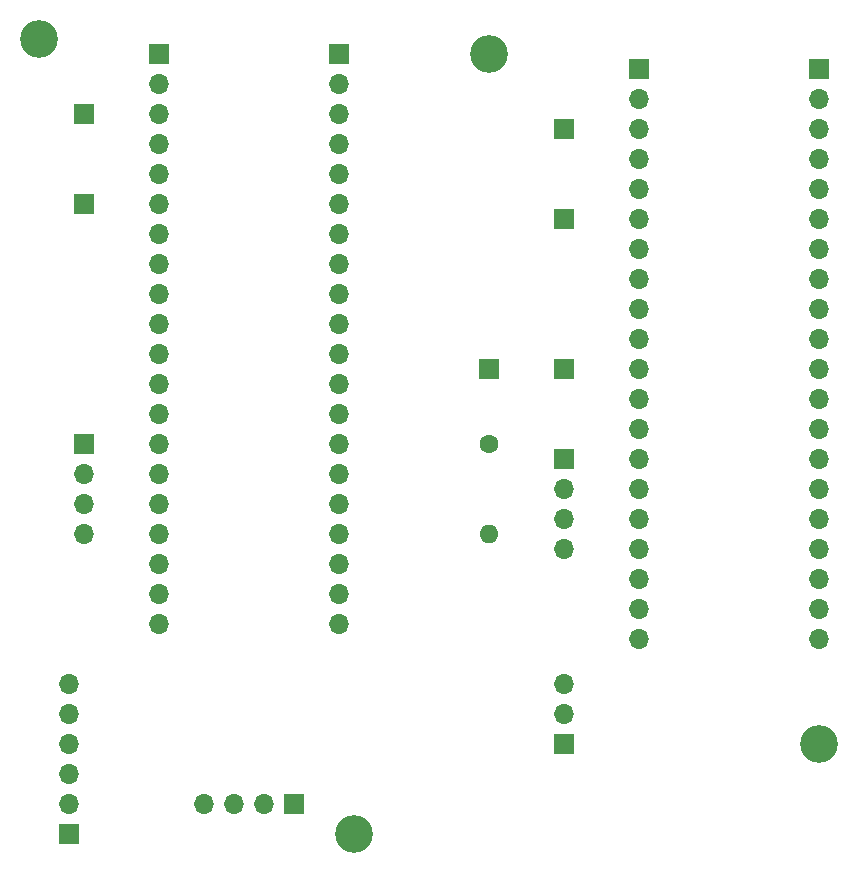
<source format=gbr>
%TF.GenerationSoftware,KiCad,Pcbnew,5.1.10-88a1d61d58~90~ubuntu20.04.1*%
%TF.CreationDate,2021-11-30T21:16:31+09:00*%
%TF.ProjectId,auto-headlight-control-system,6175746f-2d68-4656-9164-6c696768742d,rev?*%
%TF.SameCoordinates,Original*%
%TF.FileFunction,Soldermask,Top*%
%TF.FilePolarity,Negative*%
%FSLAX46Y46*%
G04 Gerber Fmt 4.6, Leading zero omitted, Abs format (unit mm)*
G04 Created by KiCad (PCBNEW 5.1.10-88a1d61d58~90~ubuntu20.04.1) date 2021-11-30 21:16:31*
%MOMM*%
%LPD*%
G01*
G04 APERTURE LIST*
%ADD10O,1.700000X1.700000*%
%ADD11R,1.700000X1.700000*%
%ADD12C,3.200000*%
%ADD13C,1.600000*%
%ADD14O,1.600000X1.600000*%
G04 APERTURE END LIST*
D10*
%TO.C,U2*%
X78740000Y-87630000D03*
X78740000Y-85090000D03*
X78740000Y-82550000D03*
X78740000Y-80010000D03*
X78740000Y-77470000D03*
X78740000Y-74930000D03*
X78740000Y-72390000D03*
X78740000Y-69850000D03*
X78740000Y-67310000D03*
X78740000Y-64770000D03*
X78740000Y-62230000D03*
X78740000Y-59690000D03*
X78740000Y-57150000D03*
X78740000Y-54610000D03*
X78740000Y-52070000D03*
X78740000Y-49530000D03*
X78740000Y-46990000D03*
X78740000Y-44450000D03*
X78740000Y-41910000D03*
D11*
X78740000Y-39370000D03*
%TD*%
D12*
%TO.C, *%
X53340000Y-38100000D03*
%TD*%
%TO.C, *%
X80010000Y-105410000D03*
%TD*%
D11*
%TO.C,J2*%
X57150000Y-44450000D03*
%TD*%
D10*
%TO.C,T1*%
X57150000Y-80010000D03*
X57150000Y-77470000D03*
X57150000Y-74930000D03*
D11*
X57150000Y-72390000D03*
%TD*%
%TO.C,S2*%
X74930000Y-102870000D03*
D10*
X72390000Y-102870000D03*
X69850000Y-102870000D03*
X67310000Y-102870000D03*
%TD*%
D11*
%TO.C,U1*%
X63500000Y-39370000D03*
D10*
X63500000Y-41910000D03*
X63500000Y-44450000D03*
X63500000Y-46990000D03*
X63500000Y-49530000D03*
X63500000Y-52070000D03*
X63500000Y-54610000D03*
X63500000Y-57150000D03*
X63500000Y-59690000D03*
X63500000Y-62230000D03*
X63500000Y-64770000D03*
X63500000Y-67310000D03*
X63500000Y-69850000D03*
X63500000Y-72390000D03*
X63500000Y-74930000D03*
X63500000Y-77470000D03*
X63500000Y-80010000D03*
X63500000Y-82550000D03*
X63500000Y-85090000D03*
X63500000Y-87630000D03*
%TD*%
D11*
%TO.C,S1*%
X55880000Y-105410000D03*
D10*
X55880000Y-102870000D03*
X55880000Y-100330000D03*
X55880000Y-97790000D03*
X55880000Y-95250000D03*
X55880000Y-92710000D03*
%TD*%
D11*
%TO.C,J1*%
X57150000Y-52070000D03*
%TD*%
%TO.C,D2*%
X91440000Y-66040000D03*
%TD*%
D12*
%TO.C, *%
X119380000Y-97790000D03*
%TD*%
D11*
%TO.C,U3*%
X104140000Y-40640000D03*
D10*
X104140000Y-43180000D03*
X104140000Y-45720000D03*
X104140000Y-48260000D03*
X104140000Y-50800000D03*
X104140000Y-53340000D03*
X104140000Y-55880000D03*
X104140000Y-58420000D03*
X104140000Y-60960000D03*
X104140000Y-63500000D03*
X104140000Y-66040000D03*
X104140000Y-68580000D03*
X104140000Y-71120000D03*
X104140000Y-73660000D03*
X104140000Y-76200000D03*
X104140000Y-78740000D03*
X104140000Y-81280000D03*
X104140000Y-83820000D03*
X104140000Y-86360000D03*
X104140000Y-88900000D03*
%TD*%
D11*
%TO.C,J4*%
X97790000Y-45720000D03*
%TD*%
D13*
%TO.C,R1*%
X91440000Y-72390000D03*
D14*
X91440000Y-80010000D03*
%TD*%
D10*
%TO.C,U4*%
X119380000Y-88900000D03*
X119380000Y-86360000D03*
X119380000Y-83820000D03*
X119380000Y-81280000D03*
X119380000Y-78740000D03*
X119380000Y-76200000D03*
X119380000Y-73660000D03*
X119380000Y-71120000D03*
X119380000Y-68580000D03*
X119380000Y-66040000D03*
X119380000Y-63500000D03*
X119380000Y-60960000D03*
X119380000Y-58420000D03*
X119380000Y-55880000D03*
X119380000Y-53340000D03*
X119380000Y-50800000D03*
X119380000Y-48260000D03*
X119380000Y-45720000D03*
X119380000Y-43180000D03*
D11*
X119380000Y-40640000D03*
%TD*%
%TO.C,J3*%
X97790000Y-53340000D03*
%TD*%
%TO.C,T2*%
X97790000Y-73660000D03*
D10*
X97790000Y-76200000D03*
X97790000Y-78740000D03*
X97790000Y-81280000D03*
%TD*%
D11*
%TO.C,M1*%
X97790000Y-97790000D03*
D10*
X97790000Y-95250000D03*
X97790000Y-92710000D03*
%TD*%
D11*
%TO.C,D1*%
X97790000Y-66040000D03*
%TD*%
D12*
%TO.C, *%
X91440000Y-39370000D03*
%TD*%
M02*

</source>
